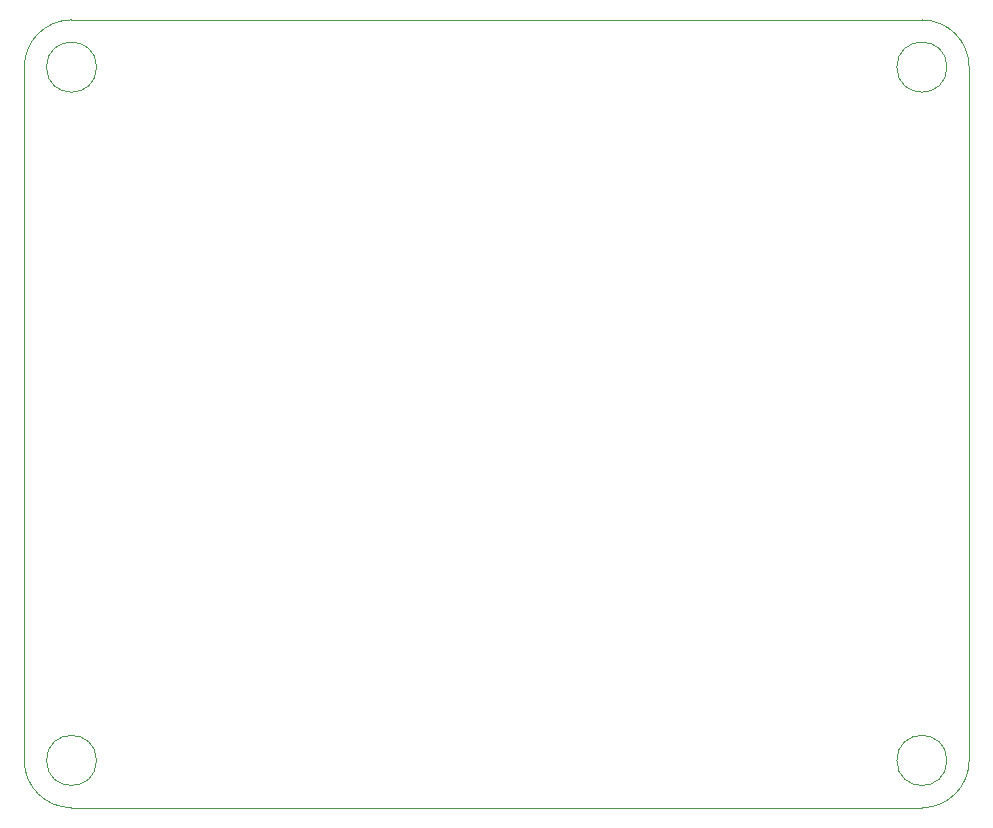
<source format=gm1>
G04 #@! TF.GenerationSoftware,KiCad,Pcbnew,7.0.5*
G04 #@! TF.CreationDate,2024-08-04T19:03:28+08:00*
G04 #@! TF.ProjectId,Vehicle_Control_Unit_VCU_V1,56656869-636c-4655-9f43-6f6e74726f6c,rev?*
G04 #@! TF.SameCoordinates,Original*
G04 #@! TF.FileFunction,Profile,NP*
%FSLAX46Y46*%
G04 Gerber Fmt 4.6, Leading zero omitted, Abs format (unit mm)*
G04 Created by KiCad (PCBNEW 7.0.5) date 2024-08-04 19:03:28*
%MOMM*%
%LPD*%
G01*
G04 APERTURE LIST*
G04 #@! TA.AperFunction,Profile*
%ADD10C,0.100000*%
G04 #@! TD*
G04 APERTURE END LIST*
D10*
X117850000Y-68900000D02*
X189850000Y-68900000D01*
X117850000Y-135600000D02*
X189850000Y-135600000D01*
X189850000Y-135600000D02*
G75*
G03*
X193850000Y-131600000I0J4000000D01*
G01*
X113850000Y-72900000D02*
X113850000Y-131600000D01*
X191971320Y-131600000D02*
G75*
G03*
X191971320Y-131600000I-2121320J0D01*
G01*
X119971320Y-72900000D02*
G75*
G03*
X119971320Y-72900000I-2121320J0D01*
G01*
X117850000Y-68900000D02*
G75*
G03*
X113850000Y-72900000I0J-4000000D01*
G01*
X191971320Y-72900000D02*
G75*
G03*
X191971320Y-72900000I-2121320J0D01*
G01*
X193850000Y-72900000D02*
G75*
G03*
X189850000Y-68900000I-4000000J0D01*
G01*
X193850000Y-131600000D02*
X193850000Y-72900000D01*
X113850000Y-131600000D02*
G75*
G03*
X117850000Y-135600000I4000000J0D01*
G01*
X119971320Y-131600000D02*
G75*
G03*
X119971320Y-131600000I-2121320J0D01*
G01*
M02*

</source>
